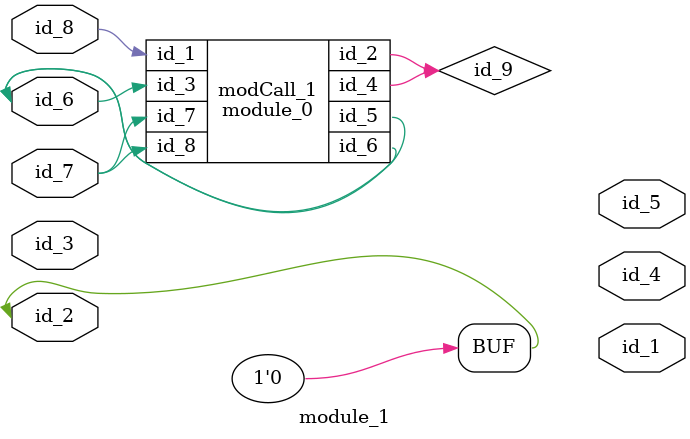
<source format=v>
module module_0 (
    id_1,
    id_2,
    id_3,
    id_4,
    id_5,
    id_6,
    id_7,
    id_8
);
  input wire id_8;
  input wire id_7;
  inout wire id_6;
  inout wire id_5;
  output wire id_4;
  input wire id_3;
  inout wire id_2;
  input wire id_1;
  assign id_5 = !id_7;
  wire id_9;
endmodule
module module_1 (
    id_1,
    id_2,
    id_3,
    id_4,
    id_5,
    id_6,
    id_7,
    id_8
);
  input wire id_8;
  input wire id_7;
  inout wire id_6;
  output wire id_5;
  output wire id_4;
  inout wire id_3;
  inout wire id_2;
  output wire id_1;
  wire id_9;
  assign id_2 = "";
  module_0 modCall_1 (
      id_8,
      id_9,
      id_6,
      id_9,
      id_6,
      id_6,
      id_7,
      id_7
  );
endmodule

</source>
